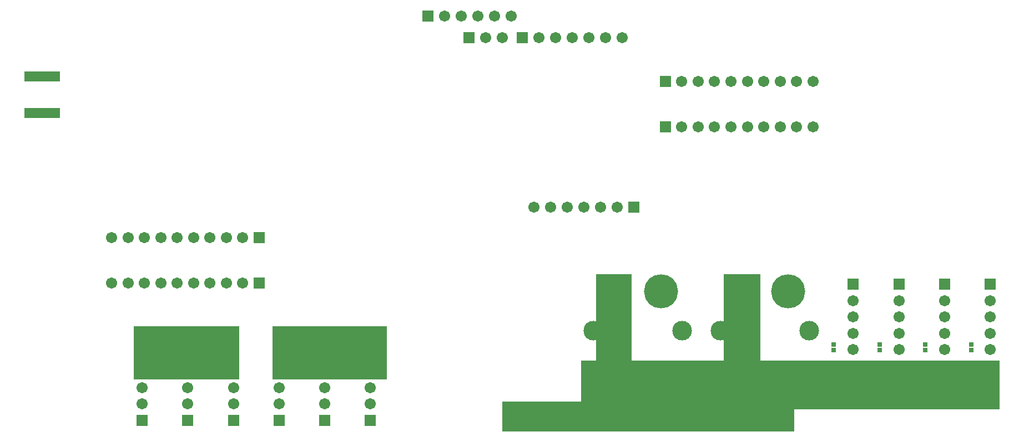
<source format=gbs>
G04*
G04 #@! TF.GenerationSoftware,Altium Limited,Altium Designer,20.0.2 (26)*
G04*
G04 Layer_Color=16711935*
%FSLAX25Y25*%
%MOIN*%
G70*
G01*
G75*
%ADD24R,0.21654X0.05906*%
%ADD48R,0.02959X0.02762*%
%ADD72R,0.06706X0.06706*%
%ADD73C,0.06706*%
%ADD74R,0.06706X0.06706*%
%ADD75C,0.20485*%
%ADD76R,0.20485X0.20485*%
%ADD77C,0.11824*%
%ADD101R,0.68504X0.31890*%
%ADD102R,0.63780X0.31890*%
%ADD104R,0.22047X0.78347*%
%ADD105R,2.51181X0.29528*%
%ADD106R,0.21260X0.59843*%
%ADD107R,1.75591X0.18110*%
D24*
X90565Y405905D02*
D03*
Y427953D02*
D03*
D48*
X565880Y266634D02*
D03*
Y263288D02*
D03*
X593351Y266634D02*
D03*
Y263288D02*
D03*
X620823Y266634D02*
D03*
Y263288D02*
D03*
X648294Y266634D02*
D03*
Y263288D02*
D03*
D72*
X577559Y302756D02*
D03*
X604987D02*
D03*
X632415D02*
D03*
X659842D02*
D03*
X150327Y220866D02*
D03*
X177819D02*
D03*
X205311D02*
D03*
X232610Y220866D02*
D03*
X260102D02*
D03*
X287595D02*
D03*
D73*
X577559Y292913D02*
D03*
Y273228D02*
D03*
Y283071D02*
D03*
Y253543D02*
D03*
Y263386D02*
D03*
Y243701D02*
D03*
X604987Y292913D02*
D03*
Y273228D02*
D03*
Y283071D02*
D03*
Y253543D02*
D03*
Y263386D02*
D03*
Y243701D02*
D03*
X132106Y330842D02*
D03*
X191161D02*
D03*
X201004D02*
D03*
X171476D02*
D03*
X181319D02*
D03*
X161634D02*
D03*
X151791D02*
D03*
X141949D02*
D03*
X210846D02*
D03*
X132106Y303350D02*
D03*
X191161D02*
D03*
X201004D02*
D03*
X171476D02*
D03*
X181319D02*
D03*
X161634D02*
D03*
X151791D02*
D03*
X141949D02*
D03*
X210846D02*
D03*
X632415Y292913D02*
D03*
Y273228D02*
D03*
Y283071D02*
D03*
Y253543D02*
D03*
Y263386D02*
D03*
Y243701D02*
D03*
X659842Y292913D02*
D03*
Y273228D02*
D03*
Y283071D02*
D03*
Y253543D02*
D03*
Y263386D02*
D03*
Y243701D02*
D03*
X553307Y424996D02*
D03*
X494252D02*
D03*
X484410D02*
D03*
X513937D02*
D03*
X504095D02*
D03*
X523779D02*
D03*
X533622D02*
D03*
X543465D02*
D03*
X474567D02*
D03*
X553307Y397504D02*
D03*
X494252D02*
D03*
X484410D02*
D03*
X513937D02*
D03*
X504095D02*
D03*
X523779D02*
D03*
X533622D02*
D03*
X543465D02*
D03*
X474567D02*
D03*
X150327Y230709D02*
D03*
Y250394D02*
D03*
Y240551D02*
D03*
Y260236D02*
D03*
X177819Y230709D02*
D03*
Y250394D02*
D03*
Y240551D02*
D03*
Y260236D02*
D03*
X205311Y230709D02*
D03*
Y250394D02*
D03*
Y240551D02*
D03*
Y260236D02*
D03*
X232610Y230709D02*
D03*
Y250394D02*
D03*
Y240551D02*
D03*
Y260236D02*
D03*
X356693Y451181D02*
D03*
X366693D02*
D03*
X260102Y230709D02*
D03*
Y250394D02*
D03*
Y240551D02*
D03*
Y260236D02*
D03*
X287595Y230709D02*
D03*
Y250394D02*
D03*
Y240551D02*
D03*
Y260236D02*
D03*
X372244Y464173D02*
D03*
X352244D02*
D03*
X342244D02*
D03*
X332244D02*
D03*
X362244D02*
D03*
X438661Y451181D02*
D03*
X418661D02*
D03*
X388661D02*
D03*
X398661D02*
D03*
X408661D02*
D03*
X428661D02*
D03*
X385748Y349213D02*
D03*
X405748D02*
D03*
X435748D02*
D03*
X425748D02*
D03*
X415748D02*
D03*
X395748D02*
D03*
D74*
X220689Y330842D02*
D03*
Y303350D02*
D03*
X464724Y424996D02*
D03*
Y397504D02*
D03*
X346693Y451181D02*
D03*
X322244Y464173D02*
D03*
X378661Y451181D02*
D03*
X445748Y349213D02*
D03*
D75*
X538583Y298425D02*
D03*
X462205D02*
D03*
D76*
X510236D02*
D03*
X433858D02*
D03*
D77*
X497835Y274803D02*
D03*
X550984D02*
D03*
X421457D02*
D03*
X474606D02*
D03*
D101*
X262992Y261614D02*
D03*
D102*
X177165D02*
D03*
D104*
X510630Y269882D02*
D03*
D105*
X539764Y242323D02*
D03*
D106*
X433858Y278740D02*
D03*
D107*
X454331Y223228D02*
D03*
M02*

</source>
